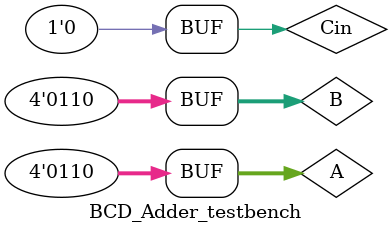
<source format=v>
`timescale 1ns / 1ps


module BCD_Adder_testbench;

	// Inputs
	reg [3:0] A;
	reg [3:0] B;
	reg Cin;

	// Outputs
	wire [3:0] S;
	wire Cout;

	// Instantiate the Unit Under Test (UUT)
	BCD_Adder uut (
		.A(A), 
		.B(B), 
		.Cin(Cin), 
		.S(S), 
		.Cout(Cout)
	);

	initial begin
		// Initialize Inputs
		A = 0;
		B = 0;
		Cin = 0;

		// Wait 100 ns for global reset to finish
		//#100;
        
		// Add stimulus here
		A=4'b0001; B=4'b0001; Cin=0; #10
		A=4'b0101; B=4'b0001; Cin=0; #10
		A=4'b0101; B=4'b0001; Cin=1; #10
		A=4'b1001; B=4'b0001; Cin=0; #10
		A=4'b0110; B=4'b0110; Cin=0;

	end
      
endmodule


</source>
